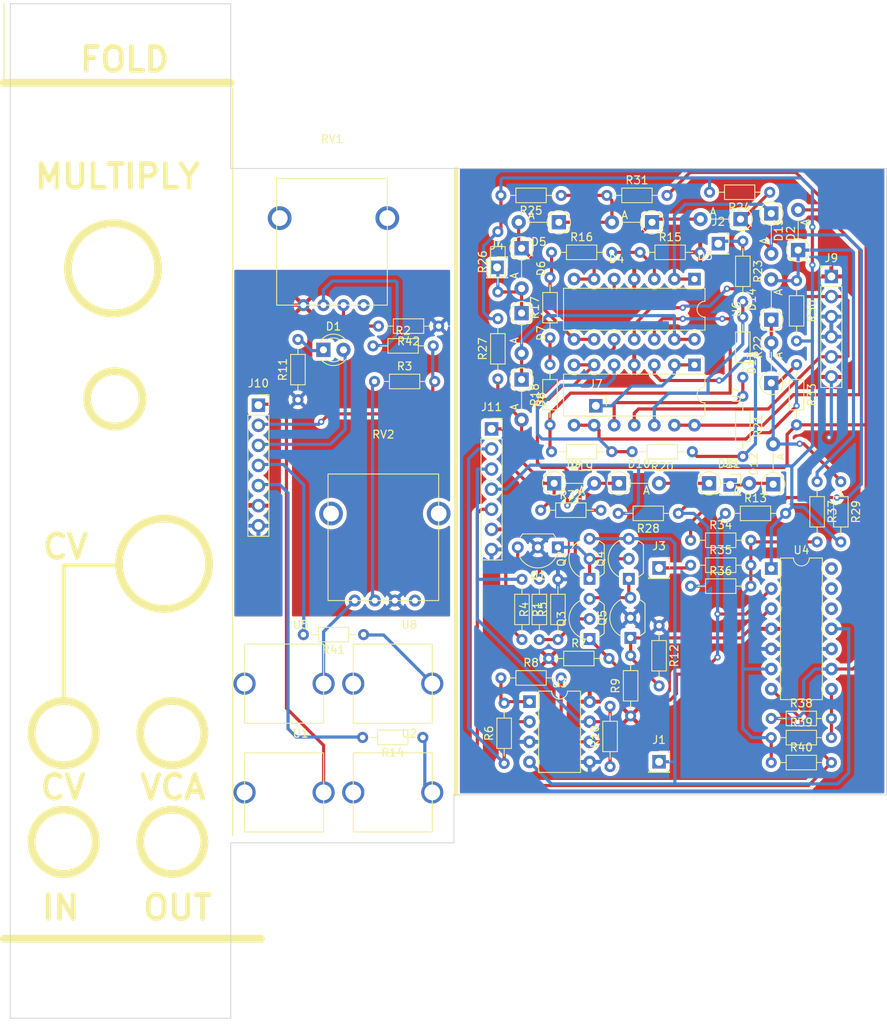
<source format=kicad_pcb>
(kicad_pcb (version 20221018) (generator pcbnew)
  (layers (0 "F.Cu" signal) (31 "B.Cu" signal) (34 "B.Paste" user) (35 "F.Paste" user) (36 "B.SilkS" user "B.Silkscreen") (37 "F.SilkS" user "F.Silkscreen") (38 "B.Mask" user) (39 "F.Mask" user) (44 "Edge.Cuts" user))
  (net 0 "")
  (net 1 "VCACV")
  (net 2 "Net-(D2-K)")
  (net 3 "Net-(D2-A)")
  (net 4 "Net-(D3-A)")
  (net 5 "Net-(D4-A)")
  (net 6 "Net-(D5-A)")
  (net 7 "Net-(D6-A)")
  (net 8 "Net-(D7-A)")
  (net 9 "Net-(D8-A)")
  (net 10 "Net-(D10-K)")
  (net 11 "Net-(D10-A)")
  (net 12 "Net-(D11-A)")
  (net 13 "Net-(D12-A)")
  (net 14 "Net-(D13-A)")
  (net 15 "Net-(D14-A)")
  (net 16 "Net-(D15-A)")
  (net 17 "Net-(U6B-+)")
  (net 18 "Net-(R14-Pad1)")
  (net 19 "FOLD")
  (net 20 "+12V")
  (net 21 "-12V")
  (net 22 "GND")
  (net 23 "IN")
  (net 24 "SUM")
  (net 25 "VCAOUT")
  (net 26 "Net-(Q1-C)")
  (net 27 "Net-(Q1-E)")
  (net 28 "Net-(Q3-C)")
  (net 29 "Net-(Q3-B)")
  (net 30 "Net-(Q3-E)")
  (net 31 "Net-(Q5-C)")
  (net 32 "Net-(R2-Pad1)")
  (net 33 "Net-(R3-Pad1)")
  (net 34 "Net-(R6-Pad2)")
  (net 35 "Net-(U3B--)")
  (net 36 "Net-(U6A-+)")
  (net 37 "Net-(U6C-+)")
  (net 38 "Net-(U6D-+)")
  (net 39 "Net-(U7A-+)")
  (net 40 "Net-(U7B-+)")
  (net 41 "Net-(U7C-+)")
  (net 42 "Net-(U7D-+)")
  (net 43 "Net-(U4C--)")
  (net 44 "Net-(U4B--)")
  (net 45 "Net-(R38-Pad2)")
  (net 46 "Net-(RV2-Pad1)")
  (net 47 "Net-(R41-Pad1)")
  (net 48 "Net-(J3-Pin_1)")
  (net 49 "Net-(J7-Pin_1)")
  (net 50 "Net-(D1-K)")
  (net 51 "Net-(R42-Pad2)")
  (net 52 "POWER2")
  (footprint "MountingHole:MountingHole_3.2mm_M3" (layer "F.Cu") (at 96.5 151.75)
    (fp_text reference "REF**" hide)
    (fp_text value "MountingHole_3.2mm_M3" hide)
  )
  (footprint "Resistor_THT:R_Axial_DIN0204_L3.6mm_D1.6mm_P7.62mm_Horizontal" (layer "F.Cu") (at 168.69 99.875)
    (fp_text reference "R36")
    (fp_text value "100k")
  )
  (footprint "MountingHole:MountingHole_3.2mm_M3" (layer "F.Cu") (at 89.310788 118.45)
    (fp_text reference "REF**" hide)
    (fp_text value "MountingHole_3.2mm_M3" hide)
  )
  (footprint "Library:3mm5 Mono Aux" (layer "F.Cu") (at 131 112.2)
    (fp_text reference "U8")
    (fp_text value "Aux_flush")
  )
  (footprint "Resistor_THT:R_Axial_DIN0204_L3.6mm_D1.6mm_P7.62mm_Horizontal" (layer "F.Cu") (at 158.71 82.875 180)
    (fp_text reference "R19")
    (fp_text value "1k")
  )
  (footprint "Resistor_THT:R_Axial_DIN0204_L3.6mm_D1.6mm_P7.62mm_Horizontal" (layer "F.Cu") (at 178.71 50.075 180)
    (fp_text reference "R24")
    (fp_text value "10k")
  )
  (footprint "Resistor_THT:R_Axial_DIN0204_L3.6mm_D1.6mm_P7.62mm_Horizontal" (layer "F.Cu") (at 168.91 82.875 180)
    (fp_text reference "R20")
    (fp_text value "1k")
  )
  (footprint "Diode_THT:D_A-405_P5.08mm_Vertical_AnodeUp" (layer "F.Cu") (at 178.9 52.76 -90)
    (fp_text reference "D2")
    (fp_text value "D")
  )
  (footprint "Resistor_THT:R_Axial_DIN0204_L3.6mm_D1.6mm_P7.62mm_Horizontal" (layer "F.Cu") (at 178.89 116.6)
    (fp_text reference "R38")
    (fp_text value "100k")
  )
  (footprint "MountingHole:MountingHole_3.2mm_M3" (layer "F.Cu") (at 103.060788 118.45)
    (fp_text reference "REF**" hide)
    (fp_text value "MountingHole_3.2mm_M3" hide)
  )
  (footprint "Resistor_THT:R_Axial_DIN0204_L3.6mm_D1.6mm_P7.62mm_Horizontal" (layer "F.Cu") (at 168.69 94.075)
    (fp_text reference "R34")
    (fp_text value "100k")
  )
  (footprint "Diode_THT:D_A-405_P5.08mm_Vertical_AnodeUp" (layer "F.Cu") (at 175.015 53.475 180)
    (fp_text reference "D3")
    (fp_text value "D")
  )
  (footprint "Resistor_THT:R_Axial_DIN0204_L3.6mm_D1.6mm_P7.62mm_Horizontal" (layer "F.Cu") (at 144.3 62.685 90)
    (fp_text reference "R26")
    (fp_text value "10k")
  )
  (footprint "Package_TO_SOT_THT:TO-92_Inline_Wide" (layer "F.Cu") (at 160.87 98.96 90)
    (fp_text reference "Q4")
    (fp_text value "BC547")
  )
  (footprint "Resistor_THT:R_Axial_DIN0204_L3.6mm_D1.6mm_P7.62mm_Horizontal" (layer "F.Cu") (at 178.89 119.025)
    (fp_text reference "R39")
    (fp_text value "100k")
  )
  (footprint "Connector_PinSocket_2.54mm:PinSocket_1x01_P2.54mm_Vertical" (layer "F.Cu") (at 172.2 56.575)
    (fp_text reference "J2")
    (fp_text value "Conn_01x01_Pin")
  )
  (footprint "Library:AlpsPot" (layer "F.Cu") (at 126.19 101.699)
    (fp_text reference "RV2")
    (fp_text value "R_Potentiometer")
  )
  (footprint "Resistor_THT:R_Axial_DIN0204_L3.6mm_D1.6mm_P7.62mm_Horizontal" (layer "F.Cu") (at 175.3 65.855 -90)
    (fp_text reference "R22")
    (fp_text value "1k")
  )
  (footprint "Diode_THT:D_A-405_P5.08mm_Vertical_AnodeUp" (layer "F.Cu") (at 147.3 65.36 -90)
    (fp_text reference "D7")
    (fp_text value "D")
  )
  (footprint "Connector_PinSocket_2.54mm:PinSocket_1x07_P2.54mm_Vertical" (layer "F.Cu") (at 143.5 79.995)
    (fp_text reference "J11")
    (fp_text value "Conn_01x07_Pin")
  )
  (footprint "" (layer "F.Cu") (at 95.835788 76.2)
    (fp_text reference "")
    (fp_text value "")
  )
  (footprint "Resistor_THT:R_Axial_DIN0204_L3.6mm_D1.6mm_P7.62mm_Horizontal" (layer "F.Cu") (at 136.81 67 180)
    (fp_text reference "R42")
    (fp_text value "100k")
  )
  (footprint "Package_DIP:DIP-14_W7.62mm" (layer "F.Cu") (at 169.18 71.905 -90)
    (fp_text reference "U7")
    (fp_text value "TL074")
  )
  (footprint "Resistor_THT:R_Axial_DIN0204_L3.6mm_D1.6mm_P7.62mm_Horizontal" (layer "F.Cu") (at 150.9 79.485 90)
    (fp_text reference "R18")
    (fp_text value "1k")
  )
  (footprint "Resistor_THT:R_Axial_DIN0204_L3.6mm_D1.6mm_P7.62mm_Horizontal" (layer "F.Cu") (at 150.9 68.485 90)
    (fp_text reference "R17")
    (fp_text value "1k")
  )
  (footprint "Resistor_THT:R_Axial_DIN0204_L3.6mm_D1.6mm_P7.62mm_Horizontal" (layer "F.Cu") (at 187.7 86.665 -90)
    (fp_text reference "R29")
    (fp_text value "10k")
  )
  (footprint "Resistor_THT:R_Axial_DIN0204_L3.6mm_D1.6mm_P7.62mm_Horizontal" (layer "F.Cu") (at 134.81 119 180)
    (fp_text reference "R14")
    (fp_text value "100k")
  )
  (footprint "Library:3mm5 Mono Aux" (layer "F.Cu") (at 131 125.95)
    (fp_text reference "U2")
    (fp_text value "Aux_flush")
  )
  (footprint "Diode_THT:D_A-405_P5.08mm_Vertical_AnodeUp" (layer "F.Cu") (at 147.3 57.16 -90)
    (fp_text reference "D6")
    (fp_text value "D")
  )
  (footprint "MountingHole:MountingHole_3.2mm_M3" (layer "F.Cu") (at 102.021576 97.05)
    (fp_text reference "REF**" hide)
    (fp_text value "MountingHole_3.2mm_M3" hide)
  )
  (footprint "Connector_PinSocket_2.54mm:PinSocket_1x01_P2.54mm_Vertical" (layer "F.Cu") (at 173.7 87.075)
    (fp_text reference "J8")
    (fp_text value "Conn_01x01_Pin")
  )
  (footprint "MountingHole:MountingHole_3.2mm_M3" (layer "F.Cu") (at 89.310788 132.2)
    (fp_text reference "REF**" hide)
    (fp_text value "MountingHole_3.2mm_M3" hide)
  )
  (footprint "Connector_PinSocket_2.54mm:PinSocket_1x07_P2.54mm_Vertical" (layer "F.Cu") (at 114 77)
    (fp_text reference "J10")
    (fp_text value "Conn_01x07_Pin")
  )
  (footprint "Resistor_THT:R_Axial_DIN0204_L3.6mm_D1.6mm_P7.62mm_Horizontal" (layer "F.Cu") (at 164.7 104.865 -90)
    (fp_text reference "R12")
    (fp_text value "200k")
  )
  (footprint "Resistor_THT:R_Axial_DIN0204_L3.6mm_D1.6mm_P7.62mm_Horizontal" (layer "F.Cu") (at 149.55 106.63 90)
    (fp_text reference "R4")
    (fp_text value "10k")
  )
  (footprint "Library:3mm5 Mono Aux" (layer "F.Cu") (at 117.25 125.95)
    (fp_text reference "U1")
    (fp_text value "Aux_flush")
  )
  (footprint "Resistor_THT:R_Axial_DIN0204_L3.6mm_D1.6mm_P7.62mm_Horizontal" (layer "F.Cu") (at 167.145 90.675 180)
    (fp_text reference "R28")
    (fp_text value "10k")
  )
  (footprint "Diode_THT:D_A-405_P5.08mm_Vertical_AnodeUp" (layer "F.Cu") (at 163.815 53.875 180)
    (fp_text reference "D4")
    (fp_text value "D")
  )
  (footprint "Package_DIP:DIP-8_W7.62mm" (layer "F.Cu") (at 148.3 114.475)
    (fp_text reference "U3")
    (fp_text value "TL072")
  )
  (footprint "Resistor_THT:R_Axial_DIN0204_L3.6mm_D1.6mm_P7.62mm_Horizontal" (layer "F.Cu") (at 168.69 97.225)
    (fp_text reference "R35")
    (fp_text value "100k")
  )
  (footprint "Resistor_THT:R_Axial_DIN0204_L3.6mm_D1.6mm_P7.62mm_Horizontal" (layer "F.Cu") (at 182.1 71.865 -90)
    (fp_text reference "R33")
    (fp_text value "100k")
  )
  (footprint "Resistor_THT:R_Axial_DIN0204_L3.6mm_D1.6mm_P7.62mm_Horizontal" (layer "F.Cu") (at 158.09 50.475)
    (fp_text reference "R31")
    (fp_text value "100k")
  )
  (footprint "Connector_PinSocket_2.54mm:PinSocket_1x01_P2.54mm_Vertical" (layer "F.Cu") (at 164.7 97.575)
    (fp_text reference "J3")
    (fp_text value "Conn_01x01_Pin")
  )
  (footprint "Resistor_THT:R_Axial_DIN0204_L3.6mm_D1.6mm_P7.62mm_Horizontal" (layer "F.Cu") (at 175.3 56.265 -90)
    (fp_text reference "R23")
    (fp_text value "4k7")
  )
  (footprint "Connector_PinSocket_2.54mm:PinSocket_1x01_P2.54mm_Vertical" (layer "F.Cu") (at 164.7 122.075)
    (fp_text reference "J1")
    (fp_text value "Conn_01x01_Pin")
  )
  (footprint "Library:AlpsPot" (layer "F.Cu") (at 119.69 64.349)
    (fp_text reference "RV1")
    (fp_text value "R_Potentiometer")
  )
  (footprint "Package_TO_SOT_THT:TO-92_Inline_Wide" (layer "F.Cu") (at 155.91 98.96 90)
    (fp_text reference "Q2")
    (fp_text value "BC547")
  )
  (footprint "Resistor_THT:R_Axial_DIN0204_L3.6mm_D1.6mm_P7.62mm_Horizontal" (layer "F.Cu") (at 173.09 90.675)
    (fp_text reference "R13")
    (fp_text value "200k")
  )
  (footprint "Package_DIP:DIP-14_W7.62mm" (layer "F.Cu") (at 178.9 97.65)
    (fp_text reference "U4")
    (fp_text value "TL074")
  )
  (footprint "Resistor_THT:R_Axial_DIN0204_L3.6mm_D1.6mm_P7.62mm_Horizontal" (layer "F.Cu") (at 144.3 73.685 90)
    (fp_text reference "R27")
    (fp_text value "10k")
  )
  (footprint "Connector_PinSocket_2.54mm:PinSocket_1x01_P2.54mm_Vertical" (layer "F.Cu") (at 144.2 59.575)
    (fp_text reference "J4")
    (fp_text value "Conn_01x01_Pin")
  )
  (footprint "Resistor_THT:R_Axial_DIN0204_L3.6mm_D1.6mm_P7.62mm_Horizontal" (layer "F.Cu") (at 161.1 116.285 90)
    (fp_text reference "R9")
    (fp_text value "47k")
  )
  (footprint "Resistor_THT:R_Axial_DIN0204_L3.6mm_D1.6mm_P7.62mm_Horizontal" (layer "F.Cu") (at 147.35 99.01 -90)
    (fp_text reference "R1")
    (fp_text value "100k")
  )
  (footprint "Resistor_THT:R_Axial_DIN0204_L3.6mm_D1.6mm_P7.62mm_Horizontal" (layer "F.Cu") (at 144.69 111.475)
    (fp_text reference "R8")
    (fp_text value "100k")
  )
  (footprint "Diode_THT:D_A-405_P5.08mm_Vertical_AnodeUp" (layer "F.Cu") (at 178.9 74.19 90)
    (fp_text reference "D13")
    (fp_text value "D")
  )
  (footprint "Package_TO_SOT_THT:TO-92_Inline_Wide" (layer "F.Cu") (at 161.07 106.42 90)
    (fp_text reference "Q5")
    (fp_text value "BC547")
  )
  (footprint "Resistor_THT:R_Axial_DIN0204_L3.6mm_D1.6mm_P7.62mm_Horizontal" (layer "F.Cu") (at 184.7 86.665 -90)
    (fp_text reference "R37")
    (fp_text value "100k")
  )
  (footprint "Resistor_THT:R_Axial_DIN0204_L3.6mm_D1.6mm_P7.62mm_Horizontal" (layer "F.Cu") (at 127.31 106 180)
    (fp_text reference "R41")
    (fp_text value "10k")
  )
  (footprint "Resistor_THT:R_Axial_DIN0204_L3.6mm_D1.6mm_P7.62mm_Horizontal" (layer "F.Cu") (at 182.1 61.265 -90)
    (fp_text reference "R30")
    (fp_text value "10k")
  )
  (footprint "Resistor_THT:R_Axial_DIN0204_L3.6mm_D1.6mm_P7.62mm_Horizontal" (layer "F.Cu") (at 150.74 109.02)
    (fp_text reference "R7")
    (fp_text value "47k")
  )
  (footprint "Resistor_THT:R_Axial_DIN0204_L3.6mm_D1.6mm_P7.62mm_Horizontal" (layer "F.Cu") (at 175.3 75.855 -90)
    (fp_text reference "R21")
    (fp_text value "1k")
  )
  (footprint "Diode_THT:D_A-405_P5.08mm_Vertical_AnodeUp" (layer "F.Cu") (at 147.3 73.76 -90)
    (fp_text reference "D8")
    (fp_text value "D")
  )
  (footprint "LED_THT:LED_D3.0mm" (layer "F.Cu") (at 122.225 70)
    (fp_text reference "D1")
    (fp_text value "LED")
  )
  (footprint "Connector_PinSocket_2.54mm:PinSocket_1x01_P2.54mm_Vertical" (layer "F.Cu") (at 156.7 77.075)
    (fp_text reference "J7")
    (fp_text value "Conn_01x01_Pin")
  )
  (footprint "Resistor_THT:R_Axial_DIN0204_L3.6mm_D1.6mm_P7.62mm_Horizontal" (layer "F.Cu") (at 178.89 122.175)
    (fp_text reference "R40")
    (fp_text value "100k")
  )
  (footprint "Package_TO_SOT_THT:TO-92_Inline_Wide" (layer "F.Cu") (at 155.91 106.56 90)
    (fp_text reference "Q3")
    (fp_text value "BC547")
  )
  (footprint "Resistor_THT:R_Axial_DIN0204_L3.6mm_D1.6mm_P7.62mm_Horizontal" (layer "F.Cu") (at 128.5 69.5)
    (fp_text reference "R2")
    (fp_text value "100k")
  )
  (footprint "Diode_THT:D_A-405_P5.08mm_Vertical_AnodeUp" (layer "F.Cu") (at 171.02 86.875)
    (fp_text reference "D11")
    (fp_text value "D")
  )
  (footprint "Package_DIP:DIP-14_W7.62mm" (layer "F.Cu") (at 169.18 61.055 -90)
    (fp_text reference "U6")
    (fp_text value "TL074")
  )
  (footprint "Resistor_THT:R_Axial_DIN0204_L3.6mm_D1.6mm_P7.62mm_Horizontal" (layer "F.Cu") (at 151.9 106.63 90)
    (fp_text reference "R5")
    (fp_text value "10k")
  )
  (footprint "Resistor_THT:R_Axial_DIN0204_L3.6mm_D1.6mm_P7.62mm_Horizontal" (layer "F.Cu") (at 145.1 122.285 90)
    (fp_text reference "R6")
    (fp_text value "100k")
  )
  (footprint "Resistor_THT:R_Axial_DIN0204_L3.6mm_D1.6mm_P7.62mm_Horizontal" (layer "F.Cu") (at 151.09 57.675)
    (fp_text reference "R16")
    (fp_text value "1k")
  )
  (footprint "Resistor_THT:R_Axial_DIN0204_L3.6mm_D1.6mm_P7.62mm_Horizontal" (layer "F.Cu") (at 152.31 50.475 180)
    (fp_text reference "R25")
    (fp_text value "10k")
  )
  (footprint "MountingHole:MountingHole_3.2mm_M3" (layer "F.Cu") (at 103.060788 132.2)
    (fp_text reference "REF**" hide)
    (fp_text value "MountingHole_3.2mm_M3" hide)
  )
  (footprint "Diode_THT:D_A-405_P5.08mm_Vertical_AnodeUp" (layer "F.Cu") (at 182.3 57.39 90)
    (fp_text reference "D15")
    (fp_text value "D")
  )
  (footprint "Diode_THT:D_A-405_P5.08mm_Vertical_AnodeUp" (layer "F.Cu") (at 159.62 86.875)
    (fp_text reference "D10")
    (fp_text value "D")
  )
  (footprint "Diode_THT:D_A-405_P5.08mm_Vertical_AnodeUp" (layer "F.Cu") (at 152.015 53.875 180)
    (fp_text reference "D5")
    (fp_text value "D")
  )
  (footprint "Library:3mm5 Mono Aux" (layer "F.Cu") (at 117.25 112.2)
    (fp_text reference "U5")
    (fp_text value "Aux_flush")
  )
  (footprint "Resistor_THT:R_Axial_DIN0204_L3.6mm_D1.6mm_P7.62mm_Horizontal" (layer "F.Cu") (at 149.725 90.275)
    (fp_text reference "R32")
    (fp_text value "100k")
  )
  (footprint "Diode_THT:D_A-405_P5.08mm_Vertical_AnodeUp" (layer "F.Cu") (at 178.9 66.19 90)
    (fp_text reference "D14")
    (fp_text value "D")
  )
  (footprint "Resistor_THT:R_Axial_DIN0204_L3.6mm_D1.6mm_P7.62mm_Horizontal" (layer "F.Cu") (at 128.69 74)
    (fp_text reference "R3")
    (fp_text value "100k")
  )
  (footprint "Package_TO_SOT_THT:TO-92L_Inline_Wide" (layer "F.Cu") (at 151.9 94.97 180)
    (fp_text reference "Q1")
    (fp_text value "BC557")
  )
  (footprint "Diode_THT:D_A-405_P5.08mm_Vertical_AnodeUp" (layer "F.Cu") (at 179.135 86.99 90)
    (fp_text reference "D12")
    (fp_text value "D")
  )
  (footprint "Diode_THT:D_A-405_P5.08mm_Vertical_AnodeUp" (layer "F.Cu") (at 151.42 86.875)
    (fp_text reference "D9")
    (fp_text value "D")
  )
  (footprint "Resistor_THT:R_Axial_DIN0204_L3.6mm_D1.6mm_P7.62mm_Horizontal" (layer "F.Cu") (at 119 76.31 90)
    (fp_text reference "R11")
    (fp_text value "100k")
  )
  (footprint "MountingHole:MountingHole_3.2mm_M3" (layer "F.Cu") (at 96.6 29.25)
    (fp_text reference "REF**" hide)
    (fp_text value "MountingHole_3.2mm_M3" hide)
  )
  (footprint "Resistor_THT:R_Axial_DIN0204_L3.6mm_D1.6mm_P7.62mm_Horizontal" (layer "F.Cu") (at 158.5 122.685 90)
    (fp_text reference "R10")
    (fp_text value "100k")
  )
  (footprint "Connector_PinHeader_2.54mm:PinHeader_1x06_P2.54mm_Vertical" (layer "F.Cu") (at 186.5 60.725)
    (fp_text reference "J9")
    (fp_text value "Conn_01x06_Pin")
  )
  (footprint "MountingHole:MountingHole_3.2mm_M3" (layer "F.Cu") (at 95.560788 59.7)
    (fp_text reference "REF**" hide)
    (fp_text value "MountingHole_3.2mm_M3" hide)
  )
  (footprint "Resistor_THT:R_Axial_DIN0204_L3.6mm_D1.6mm_P7.62mm_Horizontal" (layer "F.Cu") (at 162.29 57.675)
    (fp_text reference "R15")
    (fp_text value "4k7")
  )
  (gr_line (start 110.75 36.95) (end 110.75 131.35) (stroke (width 0.15)) (layer "F.SilkS"))
  (gr_circle (center 103.1 118.45) (end 107.160788 118.45) (stroke (width 1)) (fill none) (layer "F.SilkS"))
  (gr_circle (center 102.060788 97.05) (end 107.760788 97.05) (stroke (width 1)) (fill none) (layer "F.SilkS"))
  (gr_line (start 89.35 97.25) (end 96.1 97.25) (stroke (width 0.5)) (layer "F.SilkS"))
  (gr_line (start 81.8 36.25) (end 110.5 36.25) (stroke (width 1)) (layer "F.SilkS"))
  (gr_circle (center 89.35 132.2) (end 93.410788 132.2) (stroke (width 1)) (fill none) (layer "F.SilkS"))
  (gr_circle (center 103.1 132.2) (end 107.160788 132.2) (stroke (width 1)) (fill none) (layer "F.SilkS"))
  (gr_line (start 81.8 26.25) (end 81.8 36.25) (stroke (width 0.15)) (layer "F.SilkS"))
  (gr_circle (center 89.35 118.45) (end 93.410788 118.45) (stroke (width 1)) (fill none) (layer "F.SilkS"))
  (gr_circle (center 95.835788 76.2) (end 99.335788 76.2) (stroke (width 1)) (fill none) (layer "F.SilkS"))
  (gr_circle (center 95.6 59.7) (end 101.3 59.7) (stroke (width 1)) (fill none) (layer "F.SilkS"))
  (gr_line (start 89.35 113.95) (end 89.35 97.25) (stroke (width 0.5)) (layer "F.SilkS"))
  (gr_line (start 139 126.2) (end 139 47.1) (stroke (width 0.5)) (layer "F.SilkS"))
  (gr_line (start 114.3 144.45) (end 81.8 144.45) (stroke (width 1)) (layer "F.SilkS"))
  (gr_line (start 110.5 47.075) (end 193.5 47.075) (stroke (width 0.1)) (layer "Edge.Cuts"))
  (gr_line (start 138.75 132.325) (end 110.5 132.325) (stroke (width 0.1)) (layer "Edge.Cuts"))
  (gr_line (start 110.5 154.5) (end 110.5 132.325) (stroke (width 0.1)) (layer "Edge.Cuts"))
  (gr_line (start 82.6 26.25) (end 82.6 154.5) (stroke (width 0.1)) (layer "Edge.Cuts"))
  (gr_line (start 82.6 154.5) (end 110.5 154.5) (stroke (width 0.1)) (layer "Edge.Cuts"))
  (gr_line (start 138.75 126.25) (end 138.75 132.325) (stroke (width 0.1)) (layer "Edge.Cuts"))
  (gr_line (start 193.5 47.075) (end 193.5 126.25) (stroke (width 0.1)) (layer "Edge.Cuts"))
  (gr_line (start 110.5 26.25) (end 110.5 47.075) (stroke (width 0.1)) (layer "Edge.Cuts"))
  (gr_line (start 110.5 26.25) (end 82.6 26.25) (stroke (width 0.1)) (layer "Edge.Cuts"))
  (gr_line (start 138.75 126.25) (end 193.5 126.25) (stroke (width 0.1)) (layer "Edge.Cuts"))
  (gr_text "CV" (at 86.1 127.075) (layer "F.SilkS") (effects (font (size 3 3) (thickness 0.6) bold) (justify left bottom)))
  (gr_text "MULTIPLY" (at 85.4 49.85) (layer "F.SilkS") (effects (font (size 3 3) (thickness 0.6) bold) (justify left bottom)))
  (gr_text "CV" (at 86.4 96.65) (layer "F.SilkS") (effects (font (size 3 3) (thickness 0.6) bold) (justify left bottom)))
  (gr_text "OUT\n" (at 99.1 142.275) (layer "F.SilkS") (effects (font (size 3 3) (thickness 0.6) bold) (justify left bottom)))
  (gr_text "FOLD" (at 91.1 35.05) (layer "F.SilkS") (effects (font (size 3 3) (thickness 0.6) bold) (justify left bottom)))
  (gr_text "VCA" (at 98.7 127.075) (layer "F.SilkS") (effects (font (size 3 3) (thickness 0.6) bold) (justify left bottom)))
  (gr_text "IN" (at 86.3 142.275) (layer "F.SilkS") (effects (font (size 3 3) (thickness 0.6) bold) (justify left bottom)))
  (segment (start 157.96 117.015) (end 158.5 116.475) (width 0.4) (layer "F.Cu") (net 1))
  (segment (start 158.5 116.475) (end 158.5 115.065) (width 0.4) (layer "F.Cu") (net 1))
  (segment (start 155.92 117.015) (end 157.96 117.015) (width 0.4) (layer "F.Cu") (net 1))
  (segment (start 154.64 117.015) (end 141.7 104.075) (width 0.4) (layer "B.Cu") (net 1))
  (segment (start 123.1 81.95) (end 114 81.95) (width 0.4) (layer "B.Cu") (net 1))
  (segment (start 124.98 70.099) (end 124.98 80.07) (width 0.4) (layer "B.Cu") (net 1))
  (segment (start 147.35 99.01) (end 141.765 99.01) (width 0.4) (layer "B.Cu") (net 1))
  (segment (start 141.7 85.075) (end 143.5 85.075) (width 0.4) (layer "B.Cu") (net 1))
  (segment (start 141.7 104.075) (end 141.7 99.075) (width 0.4) (layer "B.Cu") (net 1))
  (segment (start 141.7 99.075) (end 141.7 85.075) (width 0.4) (layer "B.Cu") (net 1))
  (segment (start 124.98 80.07) (end 123.1 81.95) (width 0.4) (layer "B.Cu") (net 1))
  (segment (start 155.92 117.015) (end 154.64 117.015) (width 0.4) (layer "B.Cu") (net 1))
  (segment (start 141.765 99.01) (end 141.7 99.075) (width 0.4) (layer "B.Cu") (net 1))
  (segment (start 169.18 61.055) (end 166.64 61.055) (width 0.4) (layer "F.Cu") (net 2))
  (segment (start 166.64 52.96) (end 166.64 61.055) (width 0.4) (layer "B.Cu") (net 2))
  (segment (start 177.74 51.6) (end 168 51.6) (width 0.4) (layer "B.Cu") (net 2))
  (segment (start 178.9 53.475) (end 178.9 52.76) (width 0.4) (layer "B.Cu") (net 2))
  (segment (start 168 51.6) (end 166.64 52.96) (width 0.4) (layer "B.Cu") (net 2))
  (segment (start 178.9 52.76) (end 177.74 51.6) (width 0.4) (layer "B.Cu") (net 2))
  (segment (start 180.9 88.675) (end 180.5 89.075) (width 0.4) (layer "F.Cu") (net 3))
  (segment (start 171.5 89.075) (end 168.69 91.885) (width 0.4) (layer "F.Cu") (net 3))
  (segment (start 168.69 91.885) (end 168.69 94.075) (width 0.4) (layer "F.Cu") (net 3))
  (segment (start 178.71 50.075) (end 175.31 53.475) (width 0.4) (layer "F.Cu") (net 3))
  (segment (start 175.31 53.475) (end 175.015 53.475) (width 0.4) (layer "F.Cu") (net 3))
  (segment (start 187.2 88.675) (end 180.9 88.675) (width 0.4) (layer "F.Cu") (net 3))
  (segment (start 175.1 53.475) (end 178.9 57.275) (width 0.4) (layer "F.Cu") (net 3))
  (segment (start 178.9 57.275) (end 178.9 57.84) (width 0.4) (layer "F.Cu") (net 3))
  (segment (start 175.015 53.475) (end 175.1 53.475) (width 0.4) (layer "F.Cu") (net 3))
  (segment (start 180.5 89.075) (end 171.5 89.075) (width 0.4) (layer "F.Cu") (net 3))
  (via (at 187.2 88.675) (size 0.8) (drill 0.4) (layers "F.Cu" "B.Cu") (net 3))
  (segment (start 190.3 57.475) (end 188.3 55.475) (width 0.4) (layer "B.Cu") (net 3))
  (segment (start 190.3 86.975) (end 190.3 57.475) (width 0.4) (layer "B.Cu") (net 3))
  (segment (start 187.2 88.675) (end 188.6 88.675) (width 0.4) (layer "B.Cu") (net 3))
  (segment (start 188.6 88.675) (end 190.3 86.975) (width 0.4) (layer "B.Cu") (net 3))
  (segment (start 178.9 56.075) (end 178.9 57.84) (width 0.4) (layer "B.Cu") (net 3))
  (segment (start 179.5 55.475) (end 178.9 56.075) (width 0.4) (layer "B.Cu") (net 3))
  (segment (start 188.3 55.475) (end 179.5 55.475) (width 0.4) (layer "B.Cu") (net 3))
  (segment (start 156.48 61.055) (end 156.48 56.495) (width 0.4) (layer "F.Cu") (net 4))
  (segment (start 153.94 61.055) (end 156.48 61.055) (width 0.4) (layer "F.Cu") (net 4))
  (segment (start 164.215 53.475) (end 163.815 53.875) (width 0.4) (layer "F.Cu") (net 4))
  (segment (start 169.935 53.475) (end 164.215 53.475) (width 0.4) (layer "F.Cu") (net 4))
  (segment (start 156.48 56.495) (end 156.9 56.075) (width 0.4) (layer "F.Cu") (net 4))
  (segment (start 156.9 56.075) (end 161.615 56.075) (width 0.4) (layer "F.Cu") (net 4))
  (segment (start 161.615 56.075) (end 163.815 53.875) (width 0.4) (layer "F.Cu") (net 4))
  (segment (start 152.31 50.475) (end 158.09 50.475) (width 0.4) (layer "F.Cu") (net 5))
  (segment (start 158.735 51.12) (end 158.09 50.475) (width 0.4) (layer "F.Cu") (net 5))
  (segment (start 158.735 53.875) (end 152.015 53.875) (width 0.4) (layer "F.Cu") (net 5))
  (segment (start 158.735 53.875) (end 158.735 51.12) (width 0.4) (layer "F.Cu") (net 5))
  (segment (start 146.935 56.795) (end 147.3 57.16) (width 0.4) (layer "F.Cu") (net 6))
  (segment (start 146.935 53.875) (end 146.935 56.795) (width 0.4) (layer "F.Cu") (net 6))
  (segment (start 156.48 68.675) (end 153.94 68.675) (width 0.4) (layer "F.Cu") (net 6))
  (segment (start 153.94 68.675) (end 149.3 64.035) (width 0.4) (layer "F.Cu") (net 6))
  (segment (start 149.3 64.035) (end 149.3 59.16) (width 0.4) (layer "F.Cu") (net 6))
  (segment (start 149.3 59.16) (end 147.3 57.16) (width 0.4) (layer "F.Cu") (net 6))
  (segment (start 144.3 62.685) (end 146.855 62.685) (width 0.4) (layer "F.Cu") (net 7))
  (segment (start 146.855 62.685) (end 147.3 62.24) (width 0.4) (layer "F.Cu") (net 7))
  (segment (start 147.3 62.24) (end 147.3 65.36) (width 0.4) (layer "F.Cu") (net 7))
  (segment (start 144.3 62.685) (end 144.3 59.675) (width 0.4) (layer "B.Cu") (net 7))
  (segment (start 144.3 59.675) (end 144.2 59.575) (width 0.4) (layer "B.Cu") (net 7))
  (segment (start 147.3 70.44) (end 147.3 73.76) (width 0.4) (layer "F.Cu") (net 8))
  (segment (start 166.64 68.675) (end 169.18 68.675) (width 0.4) (layer "F.Cu") (net 8))
  (segment (start 147.3 68.875) (end 150.5 65.675) (width 0.4) (layer "B.Cu") (net 8))
  (segment (start 150.5 65.675) (end 166.58 65.675) (width 0.4) (layer "B.Cu") (net 8))
  (segment (start 147.3 70.44) (end 147.3 68.875) (width 0.4) (layer "B.Cu") (net 8))
  (segment (start 166.58 65.675) (end 166.64 65.735) (width 0.4) (layer "B.Cu") (net 8))
  (segment (start 166.64 65.735) (end 166.64 68.675) (width 0.4) (layer "B.Cu") (net 8))
  (segment (start 151.42 86.875) (end 150.1 86.875) (width 0.4) (layer "F.Cu") (net 9))
  (segment (start 144.3 75.84) (end 147.3 78.84) (width 0.4) (layer "F.Cu") (net 9))
  (segment (start 147.3 84.075) (end 147.3 78.84) (width 0.4) (layer "F.Cu") (net 9))
  (segment (start 151.42 86.875) (end 151.42 88.58) (width 0.4) (layer "F.Cu") (net 9))
  (segment (start 144.3 73.685) (end 144.3 75.84) (width 0.4) (layer "F.Cu") (net 9))
  (segment (start 151.42 88.58) (end 149.725 90.275) (width 0.4) (layer "F.Cu") (net 9))
  (segment (start 150.1 86.875) (end 147.3 84.075) (width 0.4) (layer "F.Cu") (net 9))
  (segment (start 153.1 89.675) (end 153.1 85.275) (width 0.4) (layer "F.Cu") (net 10))
  (segment (start 149.9 84.875) (end 149.3 84.275) (width 0.4) (layer "F.Cu") (net 10))
  (segment (start 149.3 76.275) (end 150.7 76.275) (width 0.4) (layer "F.Cu") (net 10))
  (segment (start 153.91 74.475) (end 156.48 71.905) (width 0.4) (layer "F.Cu") (net 10))
  (segment (start 152.7 84.875) (end 149.9 84.875) (width 0.4) (layer "F.Cu") (net 10))
  (segment (start 153.1 85.275) (end 152.7 84.875) (width 0.4) (layer "F.Cu") (net 10))
  (segment (start 150.7 76.275) (end 152.5 74.475) (width 0.4) (layer "F.Cu") (net 10))
  (segment (start 152.5 74.475) (end 153.91 74.475) (width 0.4) (layer "F.Cu") (net 10))
  (segment (start 149.3 84.275) (end 149.3 76.275) (width 0.4) (layer "F.Cu") (net 10))
  (segment (start 156.5 86.875) (end 159.62 86.875) (width 0.4) (layer "F.Cu") (net 10))
  (segment (start 156.48 71.905) (end 153.94 71.905) (width 0.4) (layer "F.Cu") (net 10))
  (via (at 153.1 89.675) (size 0.8) (drill 0.4) (layers "F.Cu" "B.Cu") (net 10))
  (segment (start 155.1 88.275) (end 156.5 86.875) (width 0.4) (layer "B.Cu") (net 10))
  (segment (start 154.5 88.275) (end 155.1 88.275) (width 0.4) (layer "B.Cu") (net 10))
  (segment (start 153.1 89.675) (end 154.5 88.275) (width 0.4) (layer "B.Cu") (net 10))
  (segment (start 171.02 86.875) (end 168.02 86.875) (width 0.4) (layer "F.Cu") (net 11))
  (segment (start 168.02 89.8) (end 167.145 90.675) (width 0.4) (layer "F.Cu") (net 11))
  (segment (start 164.7 86.875) (end 168.02 86.875) (width 0.4) (layer "F.Cu") (net 11))
  (segment (start 168.02 86.875) (end 168.02 89.8) (width 0.4) (layer "F.Cu") (net 11))
  (segment (start 168.69 99.875) (end 170.3 99.875) (width 0.4) (layer "B.Cu") (net 11))
  (segment (start 170.3 99.875) (end 170.9 99.275) (width 0.4) (layer "B.Cu") (net 11))
  (segment (start 170.9 99.275) (end 170.9 92.475) (width 0.4) (layer "B.Cu") (net 11))
  (segment (start 169.1 90.675) (end 167.145 90.675) (width 0.4) (layer "B.Cu") (net 11))
  (segment (start 170.9 92.475) (end 169.1 90.675) (width 0.4) (layer "B.Cu") (net 11))
  (segment (start 173.7 87.075) (end 175.9 87.075) (width 0.4) (layer "F.Cu") (net 12))
  (segment (start 179.02 86.875) (end 179.135 86.99) (width 0.4) (layer "F.Cu") (net 12))
  (segment (start 175.9 87.075) (end 176.1 86.875) (width 0.4) (layer "F.Cu") (net 12))
  (segment (start 176.1 86.875) (end 179.02 86.875) (width 0.4) (layer "F.Cu") (net 12))
  (segment (start 187.7 86.665) (end 187.7 86.575) (width 0.4) (layer "F.Cu") (net 13))
  (segment (start 183 81.875) (end 182.5 81.875) (width 0.4) (layer "F.Cu") (net 13))
  (segment (start 187.7 86.575) (end 183 81.875) (width 0.4) (layer "F.Cu") (net 13))
  (segment (start 182.1 71.865) (end 179.775 74.19) (width 0.4) (layer "F.Cu") (net 13))
  (segment (start 179.775 74.19) (end 178.9 74.19) (width 0.4) (layer "F.Cu") (net 13))
  (segment (start 179.135 74.425) (end 178.9 74.19) (width 0.4) (layer "F.Cu") (net 13))
  (via (at 182.5 81.875) (size 0.8) (drill 0.4) (layers "F.Cu" "B.Cu") (net 13))
  (segment (start 182.465 81.91) (end 182.5 81.875) (width 0.4) (layer "B.Cu") (net 13))
  (segment (start 179.135 81.91) (end 179.135 74.425) (width 0.4) (layer "B.Cu") (net 13))
  (segment (start 179.135 81.91) (end 182.465 81.91) (width 0.4) (layer "B.Cu") (net 13))
  (segment (start 156.48 79.525) (end 153.94 79.525) (width 0.4) (layer "F.Cu") (net 14))
  (segment (start 156.48 79.525) (end 157.1 80.145) (width 0.4) (layer "F.Cu") (net 14))
  (segment (start 157.1 81.275) (end 175.7 81.275) (width 0.4) (layer "F.Cu") (net 14))
  (segment (start 157.1 80.145) (end 157.1 81.275) (width 0.4) (layer "F.Cu") (net 14))
  (segment (start 176.5 80.475) (end 178.7 80.475) (width 0.4) (layer "F.Cu") (net 14))
  (segment (start 175.7 81.275) (end 176.5 80.475) (width 0.4) (layer "F.Cu") (net 14))
  (segment (start 178.7 80.475) (end 182.1 77.075) (width 0.4) (layer "F.Cu") (net 14))
  (segment (start 178.9 69.11) (end 178.9 66.19) (width 0.4) (layer "F.Cu") (net 14))
  (via (at 182.1 77.075) (size 0.8) (drill 0.4) (layers "F.Cu" "B.Cu") (net 14))
  (segment (start 178.9 69.11) (end 178.9 70.875) (width 0.4) (layer "B.Cu") (net 14))
  (segment (start 178.9 70.875) (end 182.1 74.075) (width 0.4) (layer "B.Cu") (net 14))
  (segment (start 182.1 74.075) (end 182.1 77.075) (width 0.4) (layer "B.Cu") (net 14))
  (segment (start 182.3 61.065) (end 182.1 61.265) (width 0.4) (layer "F.Cu") (net 15))
  (segment (start 181.945 61.11) (end 182.1 61.265) (width 0.4) (layer "F.Cu") (net 15))
  (segment (start 182.3 57.39) (end 182.3 61.065) (width 0.4) (layer "B.Cu") (net 15))
  (segment (start 189.3 80.865) (end 189.3 57.675) (width 0.4) (layer "B.Cu") (net 15))
  (segment (start 179.055 61.265) (end 178.9 61.11) (width 0.4) (layer "B.Cu") (net 15))
  (segment (start 189.015 57.39) (end 182.3 57.39) (width 0.4) (layer "B.Cu") (net 15))
  (segment (start 182.1 61.265) (end 179.055 61.265) (width 0.4) (layer "B.Cu") (net 15))
  (segment (start 184.7 85.465) (end 189.3 80.865) (width 0.4) (layer "B.Cu") (net 15))
  (segment (start 182.3 61.065) (end 182.1 61.265) (width 0.4) (layer "B.Cu") (net 15))
  (segment (start 184.7 86.665) (end 184.7 85.465) (width 0.4) (layer "B.Cu") (net 15))
  (segment (start 189.3 57.675) (end 189.015 57.39) (width 0.4) (layer "B.Cu") (net 15))
  (segment (start 185.135 52.31) (end 190.1 57.275) (width 0.4) (layer "F.Cu") (net 16))
  (segment (start 177.85 79.525) (end 169.18 79.525) (width 0.4) (layer "F.Cu") (net 16))
  (segment (start 190.1 57.275) (end 190.1 75.675) (width 0.4) (layer "F.Cu") (net 16))
  (segment (start 166.64 79.525) (end 169.18 79.525) (width 0.4) (layer "F.Cu") (net 16))
  (segment (start 181.7 75.675) (end 177.85 79.525) (width 0.4) (layer "F.Cu") (net 16))
  (segment (start 182.3 52.31) (end 185.135 52.31) (width 0.4) (layer "F.Cu") (net 16))
  (segment (start 190.1 75.675) (end 181.7 75.675) (width 0.4) (layer "F.Cu") (net 16))
  (segment (start 151.09 57.675) (end 151.09 60.675) (width 0.4) (layer "F.Cu") (net 17))
  (segment (start 150.9 60.865) (end 150.9 63.475) (width 0.4) (layer "F.Cu") (net 17))
  (segment (start 151.09 60.675) (end 150.9 60.865) (width 0.4) (layer "F.Cu") (net 17))
  (segment (start 158.3 64.075) (end 159.02 63.355) (width 0.4) (layer "F.Cu") (net 17))
  (segment (start 159.02 63.355) (end 159.02 61.055) (width 0.4) (layer "F.Cu") (net 17))
  (segment (start 150.9 63.475) (end 151.5 64.075) (width 0.4) (layer "F.Cu") (net 17))
  (segment (start 151.5 64.075) (end 158.3 64.075) (width 0.4) (layer "F.Cu") (net 17))
  (segment (start 135.06 118.95) (end 135.06 125.01) (width 0.4) (layer "B.Cu") (net 18))
  (segment (start 135.06 125.01) (end 136 125.95) (width 0.4) (layer "B.Cu") (net 18))
  (segment (start 183.61 125.075) (end 186.51 122.175) (width 0.4) (layer "F.Cu") (net 19))
  (segment (start 182.7 116.69) (end 182.7 118.675) (width 0.4) (layer "F.Cu") (net 19))
  (segment (start 142.22 90.155) (end 141.7 90.675) (width 0.4) (layer "F.Cu") (net 19))
  (segment (start 183.01 118.675) (end 186.51 122.175) (width 0.4) (layer "F.Cu") (net 19))
  (segment (start 141.7 122.075) (end 144.7 125.075) (width 0.4) (layer "F.Cu") (net 19))
  (segment (start 143.5 90.155) (end 142.22 90.155) (width 0.4) (layer "F.Cu") (net 19))
  (segment (start 141.7 90.675) (end 141.7 122.075) (width 0.4) (layer "F.Cu") (net 19))
  (segment (start 182.7 118.675) (end 183.01 118.675) (width 0.4) (layer "F.Cu") (net 19))
  (segment (start 178.9 112.89) (end 182.7 116.69) (width 0.4) (layer "F.Cu") (net 19))
  (segment (start 144.7 125.075) (end 183.61 125.075) (width 0.4) (layer "F.Cu") (net 19))
  (segment (start 114 87.03) (end 116.68 87.03) (width 0.4) (layer "B.Cu") (net 19))
  (segment (start 118.8 118.95) (end 127.44 118.95) (width 0.4) (layer "B.Cu") (net 19))
  (segment (start 117.75 117.9) (end 118.8 118.95) (width 0.4) (layer "B.Cu") (net 19))
  (segment (start 117.75 88.1) (end 117.75 117.9) (width 0.4) (layer "B.Cu") (net 19))
  (segment (start 116.68 87.03) (end 117.75 88.1) (width 0.4) (layer "B.Cu") (net 19))
  (segment (start 112.62 89.57) (end 111.95 88.9) (width 0.4) (layer "F.Cu") (net 20))
  (segment (start 114.301 64.349) (end 119.69 64.349) (width 0.4) (layer "F.Cu") (net 20))
  (segment (start 114 89.57) (end 112.62 89.57) (width 0.4) (layer "F.Cu") (net 20))
  (segment (start 111.95 88.9) (end 111.95 66.7) (width 0.4) (layer "F.Cu") (net 20))
  (segment (start 111.95 66.7) (end 114.301 64.349) (width 0.4) (layer "F.Cu") (net 20))
  (via (at 186.2 81.075) (size 0.8) (drill 0.4) (layers "F.Cu" "B.Cu") (net 20))
  (segment (start 186.5 80.775) (end 186.2 81.075) (width 0.4) (layer "B.Cu") (net 20))
  (segment (start 186.5 73.425) (end 186.5 80.775) (width 0.4) (layer "B.Cu") (net 20))
  (segment (start 160.87 93.88) (end 166.105 93.88) (width 0.4) (layer "B.Cu") (net 21))
  (segment (start 155.91 93.88) (end 160.87 93.88) (width 0.4) (layer "B.Cu") (net 21))
  (segment (start 166.7 94.475) (end 166.7 122.075) (width 0.4) (layer "B.Cu") (net 21))
  (segment (start 188.7 123.475) (end 188.7 105.27) (width 0.4) (layer "B.Cu") (net 21))
  (segment (start 166.7 122.075) (end 166.7 124.875) (width 0.4) (layer "B.Cu") (net 21))
  (segment (start 166.7 122.075) (end 164.7 122.075) (width 0.4) (layer "B.Cu") (net 21))
  (segment (start 166.7 124.875) (end 187.3 124.875) (width 0.4) (layer "B.Cu") (net 21))
  (segment (start 166.105 93.88) (end 166.7 94.475) (width 0.4) (layer "B.Cu") (net 21))
  (segment (start 151.08 124.875) (end 148.3 122.095) (width 0.4) (layer "B.Cu") (net 21))
  (segment (start 166.7 124.875) (end 151.08 124.875) (width 0.4) (layer "B.Cu") (net 21))
  (segment (start 187.3 124.875) (end 188.7 123.475) (width 0.4) (layer "B.Cu") (net 21))
  (segment (start 188.7 105.27) (end 186.52 105.27) (width 0.4) (layer "B.Cu") (net 21))
  (segment (start 154.1 92.275) (end 149.3 92.275) (width 0.4) (layer "F.Cu") (net 23))
  (segment (start 153.3 97.075) (end 154.1 96.275) (width 0.4) (layer "F.Cu") (net 23))
  (segment (start 122.25 125.95) (end 122.25 120) (width 0.4) (layer "F.Cu") (net 23))
  (segment (start 145.9 84.675) (end 145.9 81.075) (width 0.4) (layer "F.Cu") (net 23))
  (segment (start 147.7 86.475) (end 145.9 84.675) (width 0.4) (layer "F.Cu") (net 23))
  (segment (start 144.82 79.995) (end 143.5 79.995) (width 0.4) (layer "F.Cu") (net 23))
  (segment (start 150.3 97.075) (end 153.3 97.075) (width 0.4) (layer "F.Cu") (net 23))
  (segment (start 145.9 81.075) (end 144.82 79.995) (width 0.4) (layer "F.Cu") (net 23))
  (segment (start 149.55 97.825) (end 150.3 97.075) (width 0.4) (layer "F.Cu") (net 23))
  (segment (start 149.3 92.275) (end 147.7 90.675) (width 0.4) (layer "F.Cu") (net 23))
  (segment (start 149.55 99.01) (end 149.55 97.825) (width 0.4) (layer "F.Cu") (net 23))
  (segment (start 147.7 90.675) (end 147.7 86.475) (width 0.4) (layer "F.Cu") (net 23))
  (segment (start 117.55 78.5) (end 115.92 76.87) (width 0.4) (layer "F.Cu") (net 23))
  (segment (start 115.92 76.87) (end 114 76.87) (width 0.4) (layer "F.Cu") (net 23))
  (segment (start 122.25 120) (end 117.55 115.3) (width 0.4) (layer "F.Cu") (net 23))
  (segment (start 117.55 115.3) (end 117.55 78.5) (width 0.4) (layer "F.Cu") (net 23))
  (segment (start 154.1 96.275) (end 154.1 92.275) (width 0.4) (layer "F.Cu") (net 23))
  (segment (start 145.1 117.875) (end 145.96 117.015) (width 0.4) (layer "F.Cu") (net 24))
  (segment (start 136.06 74.1) (end 136.06 75.59) (width 0.4) (layer "F.Cu") (net 24))
  (segment (start 133.55 78.1) (end 122.95 78.1) (width 0.4) (layer "F.Cu") (net 24))
  (segment (start 122.95 78.1) (end 121.95 79.1) (width 0.4) (layer "F.Cu") (net 24))
  (segment (start 145.96 117.015) (end 148.3 117.015) (width 0.4) (layer "F.Cu") (net 24))
  (segment (start 145.1 122.285) (end 145.1 117.875) (width 0.4) (layer "F.Cu") (net 24))
  (segment (start 136.06 75.59) (end 133.55 78.1) (width 0.4) (layer "F.Cu") (net 24))
  (via (at 121.95 79.1) (size 0.8) (drill 0.4) (layers "F.Cu" "B.Cu") (net 24))
  (segment (start 140.6 83.775) (end 140.6 117.785) (width 0.4) (layer "B.Cu") (net 24))
  (segment (start 140.6 117.785) (end 140.7 117.885) (width 0.4) (layer "B.Cu") (net 24))
  (segment (start 143.5 82.535) (end 141.84 82.535) (width 0.4) (layer "B.Cu") (net 24))
  (segment (start 114 79.41) (end 121.64 79.41) (width 0.4) (layer "B.Cu") (net 24))
  (segment (start 140.7 117.885) (end 145.1 122.285) (width 0.4) (layer "B.Cu") (net 24))
  (segment (start 136.06 69.45) (end 136.06 74.1) (width 0.4) (layer "B.Cu") (net 24))
  (segment (start 121.64 79.41) (end 121.95 79.1) (width 0.4) (layer "B.Cu") (net 24))
  (segment (start 141.84 82.535) (end 140.6 83.775) (width 0.4) (layer "B.Cu") (net 24))
  (segment (start 184.1 59.275) (end 184.1 54.475) (width 0.4) (layer "F.Cu") (net 25))
  (segment (start 144.69 54.675) (end 144.3 55.065) (width 0.4) (layer "F.Cu") (net 25))
  (segment (start 144.69 50.475) (end 144.69 54.675) (width 0.4) (layer "F.Cu") (net 25))
  (via (at 184.1 54.475) (size 0.8) (drill 0.4) (layers "F.Cu" "B.Cu") (net 25))
  (via (at 184.1 59.275) (size 0.8) (drill 0.4) (layers "F.Cu" "B.Cu") (net 25))
  (segment (start 144.9 48.275) (end 168.1 48.275) (width 0.4) (layer "B.Cu") (net 25))
  (segment (start 182.7 48.275) (end 168.1 48.275) (width 0.4) (layer "B.Cu") (net 25))
  (segment (start 180.71 90.675) (end 181.5 89.885) (width 0.4) (layer "B.Cu") (net 25))
  (segment (start 181.4 84.675) (end 162.2 84.675) (width 0.4) (layer "B.Cu") (net 25))
  (segment (start 144.69 48.485) (end 144.9 48.275) (width 0.4) (layer "B.Cu") (net 25))
  (segment (start 117.14 84.49) (end 114 84.49) (width 0.4) (layer "B.Cu") (net 25))
  (segment (start 184.09 68.885) (end 184.1 68.875) (width 0.4) (layer "B.Cu") (net 25))
  (segment (start 143.29 66.065) (end 142.5 65.275) (width 0.4) (layer "B.Cu") (net 25))
  (segment (start 171.09 50.075) (end 171.09 48.275) (width 0.4) (layer "B.Cu") (net 25))
  (segment (start 159.525 90.675) (end 160.9 90.675) (width 0.4) (layer "B.Cu") (net 25))
  (segment (start 119.74 105.9) (end 119.74 87.09) (width 0.4) (layer "B.Cu") (net 25))
  (segment (start 178.9 97.65) (end 178.9 92.485) (width 0.4) (layer "B.Cu") (net 25))
  (segment (start 187.7 94.285) (end 187.41 94.285) (width 0.4) (layer "B.Cu") (net 25))
  (segment (start 119.59 106.05) (end 119.74 105.9) (width 0.4) (layer "B.Cu") (net 25))
  (segment (start 119.74 87.09) (end 117.14 84.49) (width 0.4) (layer "B.Cu") (net 25))
  (segment (start 181.5 89.885) (end 181.5 84.775) (width 0.4) (layer "B.Cu") (net 25))
  (segment (start 162.1 84.575) (end 148.4 84.575) (width 0.4) (layer "B.Cu") (net 25))
  (segment (start 162.2 84.675) (end 162.1 84.575) (width 0.4) (layer "B.Cu") (net 25))
  (segment (start 184.1 68.875) (end 184.1 82.175) (width 0.4) (layer "B.Cu") (net 25))
  (segment (start 182.1 68.885) (end 184.09 68.885) (width 0.4) (layer "B.Cu") (net 25))
  (segment (start 144.69 50.475) (end 144.69 48.485) (width 0.4) (layer "B.Cu") (net 25))
  (segment (start 183.01 89.885) (end 181.5 89.885) (width 0.4) (layer "B.Cu") (net 25))
  (segment (start 187.41 94.285) (end 183.01 89.885) (width 0.4) (layer "B.Cu") (net 25))
  (segment (start 142.5 56.865) (end 144.3 55.065) (width 0.4) (layer "B.Cu") (net 25))
  (segment (start 181.5 84.775) (end 181.6 84.675) (width 0.4) (layer "B.Cu") (net 25))
  (segment (start 184.1 54.475) (end 184.1 49.675) (width 0.4) (layer "B.Cu") (net 25))
  (segment (start 145.36 87.615) (end 143.5 87.615) (width 0.4) (layer "B.Cu") (net 25))
  (segment (start 160.9 90.675) (end 162.1 89.475) (width 0.4) (layer "B.Cu") (net 25))
  (segment (start 184.1 82.175) (end 181.6 84.675) (width 0.4) (layer "B.Cu") (net 25))
  (segment (start 162.1 89.475) (end 162.1 84.575) (width 0.4) (layer "B.Cu") (net 25))
  (segment (start 184.1 49.675) (end 182.7 48.275) (width 0.4) (layer "B.Cu") (net 25))
  (segment (start 144.3 66.065) (end 143.29 66.065) (width 0.4) (layer "B.Cu") (net 25))
  (segment (start 184.1 68.875) (end 184.1 59.275) (width 0.4) (layer "B.Cu") (net 25))
  (segment (start 178.9 92.485) (end 180.71 90.675) (width 0.4) (layer "B.Cu") (net 25))
  (segment (start 142.5 65.275) (end 142.5 56.865) (width 0.4) (layer "B.Cu") (net 25))
  (segment (start 181.6 84.675) (end 181.2 84.675) (width 0.4) (layer "B.Cu") (net 25))
  (segment (start 171.09 48.275) (end 168.1 48.275) (width 0.4) (layer "B.Cu") (net 25))
  (segment (start 148.4 84.575) (end 145.36 87.615) (width 0.4) (layer "B.Cu") (net 25))
  (segment (start 160.87 96.42) (end 155.91 96.42) (width 0.4) (layer "F.Cu") (net 26))
  (segment (start 155.91 98.96) (end 155.91 96.42) (width 0.4) (layer "F.Cu") (net 26))
  (segment (start 151.9 94.97) (end 154.46 94.97) (width 0.4) (layer "B.Cu") (net 26))
  (segment (start 154.46 94.97) (end 155.91 96.42) (width 0.4) (layer "B.Cu") (net 26))
  (segment (start 146.82 96.355) (end 146.82 94.97) (width 0.4) (layer "F.Cu") (net 27))
  (segment (start 145.3 97.875) (end 146.82 96.355) (width 0.4) (layer "F.Cu") (net 27))
  (segment (start 145.3 104.58) (end 145.3 97.875) (width 0.4) (layer "F.Cu") (net 27))
  (segment (start 147.35 106.63) (end 145.3 104.58) (width 0.4) (layer "F.Cu") (net 27))
  (segment (start 166.9 113.475) (end 166.9 111.0025) (width 0.4) (layer "F.Cu") (net 28))
  (segment (start 172.1 103.4) (end 175.69 103.4) (width 0.4) (layer "F.Cu") (net 28))
  (segment (start 166.1 114.275) (end 166.9 113.475) (width 0.4) (layer "F.Cu") (net 28))
  (segment (start 169.9 111.0025) (end 172.0275 108.875) (width 0.4) (layer "F.Cu") (net 28))
  (segment (start 155.91 106.56) (end 155.91 106.57) (width 0.4) (layer "F.Cu") (net 28))
  (segment (start 155.91 106.57) (end 158.36 109.02) (width 0.4) (layer "F.Cu") (net 28))
  (segment (start 166.9 111.0025) (end 169.9 111.0025) (width 0.4) (layer "F.Cu") (net 28))
  (segment (start 163.615 114.275) (end 166.1 114.275) (width 0.4) (layer "F.Cu") (net 28))
  (segment (start 172.0275 108.875) (end 172.1 108.875) (width 0.4) (layer "F.Cu") (net 28))
  (segment (start 158.36 109.02) (end 163.615 114.275) (width 0.4) (layer "F.Cu") (net 28))
  (segment (start 175.69 103.4) (end 178.9 100.19) (width 0.4) (layer "F.Cu") (net 28))
  (segment (start 172.1 108.875) (end 172.1 108.8025) (width 0.4) (layer "F.Cu") (net 28))
  (via (at 172.1 108.875) (size 0.8) (drill 0.4) (layers "F.Cu" "B.Cu") (net 28))
  (via (at 172.1 103.4) (size 0.8) (drill 0.4) (layers "F.Cu" "B.Cu") (net 28))
  (segment (start 172.1 103.4) (end 172.1 91.665) (width 0.4) (layer "B.Cu") (net 28))
  (segment (start 172.1 108.875) (end 172.1 103.4) (width 0.4) (layer "B.Cu") (net 28))
  (segment (start 172.1 91.665) (end 173.09 90.675) (width 0.4) (layer "B.Cu") (net 28))
  (segment (start 149.55 106.63) (end 151.9 106.63) (width 0.4) (layer "F.Cu") (net 29))
  (segment (start 154.51 104.02) (end 151.9 106.63) (width 0.4) (layer "F.Cu") (net 29))
  (segment (start 155.91 104.02) (end 154.51 104.02) (width 0.4) (layer "F.Cu") (net 29))
  (segment (start 161.07 101.34) (end 156.05 101.34) (width 0.4) (layer "F.Cu") (net 30))
  (segment (start 160.87 101.14) (end 161.07 101.34) (width 0.4) (layer "F.Cu") (net 30))
  (segment (start 156.05 101.34) (end 155.91 101.48) (width 0.4) (layer "F.Cu") (net 30))
  (segment (start 160.87 98.96) (end 160.87 101.14) (width 0.4) (layer "F.Cu") (net 30))
  (segment (start 175.08 106.42) (end 178.77 102.73) (width 0.4) (layer "F.Cu") (net 31))
  (segment (start 161.1 108.665) (end 161.1 106.45) (width 0.4) (layer "F.Cu") (net 31))
  (segment (start 178.77 102.73) (end 178.9 102.73) (width 0.4) (layer "F.Cu") (net 31))
  (segment (start 161.1 108.885) (end 161.1 108.665) (width 0.4) (layer "F.Cu") (net 31))
  (segment (start 161.1 106.45) (end 161.07 106.42) (width 0.4) (layer "F.Cu") (net 31))
  (segment (start 161.07 106.42) (end 175.08 106.42) (width 0.4) (layer "F.Cu") (net 31))
  (segment (start 164.7 112.485) (end 161.1 108.885) (width 0.4) (layer "F.Cu") (net 31))
  (segment (start 123.35 61.3) (end 131.35 61.3) (width 0.4) (layer "B.Cu") (net 32))
  (segment (start 131.55 68.1) (end 130.2 69.45) (width 0.4) (layer "B.Cu") (net 32))
  (segment (start 131.35 61.3) (end 131.55 61.5) (width 0.4) (layer "B.Cu") (net 32))
  (segment (start 130.2 69.45) (end 128.44 69.45) (width 0.4) (layer "B.Cu") (net 32))
  (segment (start 122.23 64.349) (end 122.23 62.42) (width 0.4) (layer "B.Cu") (net 32))
  (segment (start 122.23 62.42) (end 123.35 61.3) (width 0.4) (layer "B.Cu") (net 32))
  (segment (start 131.55 61.5) (end 131.55 68.1) (width 0.4) (layer "B.Cu") (net 32))
  (segment (start 128.44 74.1) (end 128.44 101.409) (width 0.4) (layer "B.Cu") (net 33))
  (segment (start 128.44 101.409) (end 128.73 101.699) (width 0.4) (layer "B.Cu") (net 33))
  (segment (start 144.69 111.475) (end 144.69 114.255) (width 0.4) (layer "F.Cu") (net 34))
  (segment (start 145.29 114.475) (end 145.1 114.665) (width 0.4) (layer "F.Cu") (net 34))
  (segment (start 144.69 114.255) (end 145.1 114.665) (width 0.4) (layer "F.Cu") (net 34))
  (segment (start 148.3 114.475) (end 145.29 114.475) (width 0.4) (layer "F.Cu") (net 34))
  (segment (start 158.5 120.275) (end 157.78 119.555) (width 0.4) (layer "F.Cu") (net 35))
  (segment (start 157.78 119.555) (end 155.92 119.555) (width 0.4) (layer "F.Cu") (net 35))
  (segment (start 158.5 122.685) (end 158.5 120.275) (width 0.4) (layer "F.Cu") (net 35))
  (segment (start 152.31 118.085) (end 153.78 119.555) (width 0.4) (layer "F.Cu") (net 35))
  (segment (start 153.78 119.555) (end 155.92 119.555) (width 0.4) (layer "F.Cu") (net 35))
  (segment (start 152.31 111.475) (end 152.31 118.085) (width 0.4) (layer "F.Cu") (net 35))
  (segment (start 164.1 59.485) (end 162.29 57.675) (width 0.4) (layer "F.Cu") (net 36))
  (segment (start 158.71 57.675) (end 162.29 57.675) (width 0.4) (layer "F.Cu") (net 36))
  (segment (start 164.1 61.055) (end 164.1 59.485) (width 0.4) (layer "F.Cu") (net 36))
  (segment (start 158.5 70.275) (end 150.9 70.275) (width 0.4) (layer "F.Cu") (net 37))
  (segment (start 159.02 68.675) (end 159.02 69.755) (width 0.4) (layer "F.Cu") (net 37))
  (segment (start 159.02 69.755) (end 158.5 70.275) (width 0.4) (layer "F.Cu") (net 37))
  (segment (start 150.9 70.275) (end 150.9 71.865) (width 0.4) (layer "F.Cu") (net 37))
  (segment (start 150.9 68.485) (end 150.9 70.275) (width 0.4) (layer "F.Cu") (net 37))
  (segment (start 150.9 78.075) (end 153.5 75.475) (width 0.4) (layer "F.Cu") (net 38))
  (segment (start 173.7 75.475) (end 173.7 66.075) (width 0.4) (layer "F.Cu") (net 38))
  (segment (start 150.9 82.685) (end 151.09 82.875) (width 0.4) (layer "F.Cu") (net 38))
  (segment (start 167.7 66.075) (end 165.1 66.075) (width 0.4) (layer "F.Cu") (net 38))
  (segment (start 173.7 66.075) (end 172.7 66.075) (width 0.4) (layer "F.Cu") (net 38))
  (segment (start 150.9 79.485) (end 150.9 82.685) (width 0.4) (layer "F.Cu") (net 38))
  (segment (start 153.5 75.475) (end 173.7 75.475) (width 0.4) (layer "F.Cu") (net 38))
  (segment (start 164.1 67.075) (end 164.1 68.675) (width 0.4) (layer "F.Cu") (net 38))
  (segment (start 150.9 79.485) (end 150.9 78.075) (width 0.4) (layer "F.Cu") (net 38))
  (segment (start 165.1 66.075) (end 164.1 67.075) (width 0.4) (layer "F.Cu") (net 38))
  (via (at 172.7 66.075) (size 0.8) (drill 0.4) (layers "F.Cu" "B.Cu") (net 38))
  (via (at 167.7 66.075) (size 0.8) (drill 0.4) (layers "F.Cu" "B.Cu") (net 38))
  (segment (start 172.7 66.075) (end 167.7 66.075) (width 0.4) (layer "B.Cu") (net 38))
  (segment (start 164.1 73.075) (end 164.1 71.905) (width 0.4) (layer "F.Cu") (net 39))
  (segment (start 164.9 73.875) (end 164.1 73.075) (width 0.4) (layer "F.Cu") (net 39))
  (segment (start 169.51 83.475) (end 168.91 82.875) (width 0.4) (layer "F.Cu") (net 39))
  (segment (start 175.3 83.475) (end 169.51 83.475) (width 0.4) (layer "F.Cu") (net 39))
  (segment (start 172.3 73.875) (end 164.9 73.875) (width 0.4) (layer "F.Cu") (net 39))
  (via (at 172.3 73.875) (size 0.8) (drill 0.4) (layers "F.Cu" "B.Cu") (net 39))
  (segment (start 176.7 71.075) (end 176.9 71.275) (width 0.4) (layer "B.Cu") (net 39))
  (segment (start 175.5 71.075) (end 172.7 73.875) (width 0.4) (layer "B.Cu") (net 39))
  (segment (start 176.9 81.875) (end 175.3 83.475) (width 0.4) (layer "B.Cu") (net 39))
  (segment (start 176.9 71.275) (end 176.9 81.875) (width 0.4) (layer "B.Cu") (net 39))
  (segment (start 176.7 71.075) (end 175.5 71.075) (width 0.4) (layer "B.Cu") (net 39))
  (segment (start 172.7 73.875) (end 172.3 73.875) (width 0.4) (layer "B.Cu") (net 39))
  (segment (start 158.71 82.875) (end 161.29 82.875) (width 0.4) (layer "F.Cu") (net 40))
  (segment (start 152.3 74.475) (end 149.3 77.475) (width 0.4) (layer "B.Cu") (net 40))
  (segment (start 157.11 81.275) (end 158.71 82.875) (width 0.4) (layer "B.Cu") (net 40))
  (segment (start 158.1 74.475) (end 152.3 74.475) (width 0.4) (layer "B.Cu") (net 40))
  (segment (start 149.9 81.275) (end 157.11 81.275) (width 0.4) (layer "B.Cu") (net 40))
  (segment (start 149.3 77.475) (end 149.3 80.675) (width 0.4) (layer "B.Cu") (net 40))
  (segment (start 159.02 71.905) (end 159.02 73.555) (width 0.4) (layer "B.Cu") (net 40))
  (segment (start 149.3 80.675) (end 149.9 81.275) (width 0.4) (layer "B.Cu") (net 40))
  (segment (start 159.02 73.555) (end 158.1 74.475) (width 0.4) (layer "B.Cu") (net 40))
  (segment (start 159.1 76.675) (end 159.02 76.755) (width 0.4) (layer "F.Cu") (net 41))
  (segment (start 159.02 76.755) (end 159.02 79.525) (width 0.4) (layer "F.Cu") (net 41))
  (segment (start 174.48 76.675) (end 159.1 76.675) (width 0.4) (layer "F.Cu") (net 41))
  (segment (start 175.3 73.475) (end 175.3 75.855) (width 0.4) (layer "F.Cu") (net 41))
  (segment (start 175.3 75.855) (end 174.48 76.675) (width 0.4) (layer "F.Cu") (net 41))
  (segment (start 175.3 65.855) (end 175.3 63.885) (width 0.4) (layer "F.Cu") (net 42))
  (segment (start 165.9 75.475) (end 170.9 75.475) (width 0.4) (layer "B.Cu") (net 42))
  (segment (start 164.1 77.275) (end 165.9 75.475) (width 0.4) (layer "B.Cu") (net 42))
  (segment (start 164.1 79.525) (end 164.1 77.275) (width 0.4) (layer "B.Cu") (net 42))
  (segment (start 175.3 69.275) (end 175.3 65.855) (width 0.4) (layer "B.Cu") (net 42))
  (segment (start 170.9 73.675) (end 175.3 69.275) (width 0.4) (layer "B.Cu") (net 42))
  (segment (start 170.9 75.475) (end 170.9 73.675) (width 0.4) (layer "B.Cu") (net 42))
  (segment (start 180.9 84.475) (end 180.5 84.875) (width 0.4) (layer "F.Cu") (net 43))
  (segment (start 155.3 90.275) (end 157.345 90.275) (width 0.4) (layer "F.Cu") (net 43))
  (segment (start 190.89 79.485) (end 190.9 79.475) (width 0.4) (layer "F.Cu") (net 43))
  (segment (start 154.7 89.675) (end 155.3 90.275) (width 0.4) (layer "F.Cu") (net 43))
  (segment (start 154.7 84.875) (end 154.7 89.675) (width 0.4) (layer "F.Cu") (net 43))
  (segment (start 189.225 110.35) (end 190.9 108.675) (width 0.4) (layer "F.Cu") (net 43))
  (segment (start 182 47.575) (end 168.61 47.575) (width 0.4) (layer "F.Cu") (net 43))
  (segment (start 190.9 79.475) (end 190.9 56.475) (width 0.4) (layer "F.Cu") (net 43))
  (segment (start 182.1 79.485) (end 190.89 79.485) (width 0.4) (layer "F.Cu") (net 43))
  (segment (start 180.5 84.875) (end 154.7 84.875) (width 0.4) (layer "F.Cu") (net 43))
  (segment (start 186.52 110.35) (end 189.225 110.35) (width 0.4) (layer "F.Cu") (net 43))
  (segment (start 190.9 56.475) (end 182 47.575) (width 0.4) (layer "F.Cu") (net 43))
  (segment (start 168.61 47.575) (end 165.71 50.475) (width 0.4) (layer "F.Cu") (net 43))
  (segment (start 190.9 108.675) (end 190.9 79.475) (width 0.4) (layer "F.Cu") (net 43))
  (segment (start 182.1 79.485) (end 180.9 80.685) (width 0.4) (layer "F.Cu") (net 43))
  (segment (start 180.9 80.685) (end 180.9 84.475) (width 0.4) (layer "F.Cu") (net 43))
  (segment (start 183 115.8) (end 183 111.765) (width 0.4) (layer "B.Cu") (net 43))
  (segment (start 182.2 116.6) (end 178.89 116.6) (width 0.4) (layer "B.Cu") (net 43))
  (segment (start 183 115.8) (end 182.2 116.6) (width 0.4) (layer "B.Cu") (net 43))
  (segment (start 184.415 110.35) (end 186.52 110.35) (width 0.4) (layer "B.Cu") (net 43))
  (segment (start 183 111.765) (end 184.415 110.35) (width 0.4) (layer "B.Cu") (net 43))
  (segment (start 176.31 94.075) (end 176.31 100.375) (width 0.4) (layer "F.Cu") (net 44))
  (segment (start 176.52 94.285) (end 176.31 94.075) (width 0.4) (layer "F.Cu") (net 44))
  (segment (start 178.89 122.175) (end 178.89 119.025) (width 0.4) (layer "F.Cu") (net 44))
  (segment (start 184.7 94.285) (end 176.52 94.285) (width 0.4) (layer "F.Cu") (net 44))
  (segment (start 175.3 100.885) (end 176.31 99.875) (width 0.4) (layer "B.Cu") (net 44))
  (segment (start 176.45 119.025) (end 175.3 117.875) (width 0.4) (layer "B.Cu") (net 44))
  (segment (start 175.3 117.875) (end 175.3 110.075) (width 0.4) (layer "B.Cu") (net 44))
  (segment (start 178.89 119.025) (end 176.45 119.025) (width 0.4) (layer "B.Cu") (net 44))
  (segment (start 175.3 110.35) (end 175.3 110.075) (width 0.4) (layer "B.Cu") (net 44))
  (segment (start 178.9 110.35) (end 175.3 110.35) (width 0.4) (layer "B.Cu") (net 44))
  (segment (start 175.3 110.075) (end 175.3 100.885) (width 0.4) (layer "B.Cu") (net 44))
  (segment (start 186.51 112.9) (end 186.52 112.89) (width 0.4) (layer "F.Cu") (net 45))
  (segment (start 186.51 119.025) (end 186.51 112.9) (width 0.4) (layer "F.Cu") (net 45))
  (segment (start 122.25 112.2) (end 122.25 105.639) (width 0.4) (layer "B.Cu") (net 46))
  (segment (start 122.25 105.639) (end 126.19 101.699) (width 0.4) (layer "B.Cu") (net 46))
  (segment (start 136 112.2) (end 129.85 106.05) (width 0.4) (layer "B.Cu") (net 47))
  (segment (start 129.85 106.05) (end 127.21 106.05) (width 0.4) (layer "B.Cu") (net 47))
  (segment (start 164.7 97.575) (end 168.34 97.575) (width 0.4) (layer "F.Cu") (net 48))
  (segment (start 168.34 97.575) (end 168.69 97.225) (width 0.4) (layer "F.Cu") (net 48))
  (segment (start 169.18 71.905) (end 166.64 71.905) (width 0.4) (layer "F.Cu") (net 49))
  (segment (start 158.7 77.075) (end 161.2 74.575) (width 0.4) (layer "B.Cu") (net 49))
  (segment (start 156.7 77.075) (end 158.7 77.075) (width 0.4) (layer "B.Cu") (net 49))
  (segment (start 166.64 73.02) (end 166.64 71.905) (width 0.4) (layer "B.Cu") (net 49))
  (segment (start 165.085 74.575) (end 166.64 73.02) (width 0.4) (layer "B.Cu") (net 49))
  (segment (start 161.2 74.575) (end 165.085 74.575) (width 0.4) (layer "B.Cu") (net 49))
  (segment (start 120.709 70.099) (end 119.25 68.64) (width 0.4) (layer "B.Cu") (net 50))
  (segment (start 122.44 70.099) (end 120.709 70.099) (width 0.4) (layer "B.Cu") (net 50))
  (segment (start 129.19 67) (end 125.5 67) (width 0.4) (layer "F.Cu") (net 51))
  (segment (start 125.5 67) (end 124.77 66.27) (width 0.4) (layer "F.Cu") (net 51))
  (segment (start 124.77 66.27) (end 124.77 64.349) (width 0.4) (layer "F.Cu") (net 51))
  (segment (start 175.3 62.275) (end 177.3 62.275) (width 0.4) (layer "F.Cu") (net 52))
  (segment (start 188.6 63.775) (end 188.09 63.265) (width 0.4) (layer "F.Cu") (net 52))
  (segment (start 188.51 70.885) (end 188.6 70.795) (width 0.4) (layer "F.Cu") (net 52))
  (segment (start 175.3 56.265) (end 175.3 62.275) (width 0.4) (layer "F.Cu") (net 52))
  (segment (start 177.3 62.275) (end 178.3 63.275) (width 0.4) (layer "F.Cu") (net 52))
  (segment (start 161.56 79.525) (end 161.56 78.015) (width 0.4) (layer "F.Cu") (net 52))
  (segment (start 161.56 68.675) (end 161.56 66.815) (width 0.4) (layer "F.Cu") (net 52))
  (segment (start 161.56 66.815) (end 163.7 64.675) (width 0.4) (layer "F.Cu") (net 52))
  (segment (start 173.3 62.275) (end 173.5 62.275) (width 0.4) (layer "F.Cu") (net 52))
  (segment (start 173.5 62.275) (end 175.3 62.275) (width 0.4) (layer "F.Cu") (net 52))
  (segment (start 178.31 63.265) (end 186.5 63.265) (width 0.4) (layer "F.Cu") (net 52))
  (segment (start 185.09 70.885) (end 186.5 70.885) (width 0.4) (layer "F.Cu") (net 52))
  (segment (start 186.5 70.885) (end 188.51 70.885) (width 0.4) (layer "F.Cu") (net 52))
  (segment (start 162.1 77.475) (end 178.5 77.475) (width 0.4) (layer "F.Cu") (net 52))
  (segment (start 178.5 77.475) (end 185.09 70.885) (width 0.4) (layer "F.Cu") (net 52))
  (segment (start 178.3 63.275) (end 178.31 63.265) (width 0.4) (layer "F.Cu") (net 52))
  (segment (start 188.09 63.265) (end 186.5 63.265) (width 0.4) (layer "F.Cu") (net 52))
  (segment (start 163.7 64.675) (end 167.7 64.675) (width 0.4) (layer "F.Cu") (net 52))
  (segment (start 161.56 78.015) (end 162.1 77.475) (width 0.4) (layer "F.Cu") (net 52))
  (segment (start 172.51 56.265) (end 172.2 56.575) (width 0.4) (layer "F.Cu") (net 52))
  (segment (start 173.3 62.475) (end 173.3 62.275) (width 0.4) (layer "F.Cu") (net 52))
  (segment (start 188.6 70.795) (end 188.6 63.775) (width 0.4) (layer "F.Cu") (net 52))
  (segment (start 173.5 62.275) (end 173.5 62.275) (width 0.4) (layer "F.Cu") (net 52))
  (via (at 173.3 62.275) (size 0.8) (drill 0.4) (layers "F.Cu" "B.Cu") (net 52))
  (via (at 167.7 64.675) (size 0.8) (drill 0.4) (layers "F.Cu" "B.Cu") (net 52))
  (segment (start 167.7 64.675) (end 167.9 64.475) (width 0.4) (layer "B.Cu") (net 52))
  (segment (start 175.3 56.265) (end 172.51 56.265) (width 0.4) (layer "B.Cu") (net 52))
  (segment (start 167.9 64.475) (end 171.1 64.475) (width 0.4) (layer "B.Cu") (net 52))
  (segment (start 171.1 64.475) (end 173.3 62.275) (width 0.4) (layer "B.Cu") (net 52))
  (zone (net 20) (net_name "+12V") (layer "F.Cu") (priority 1) (connect_pads (clearance 0.5)) (min_thickness 0.25) (fill yes (thermal_gap 0.5) (thermal_bridge_width 0.5))
    (polygon (pts (xy 110.95 59.9) (xy 138.25 59.9) (xy 138.25 103.7) (xy 110.95 103.7)))
  )
  (zone (net 20) (net_name "+12V") (layer "F.Cu") (connect_pads (clearance 0.5)) (min_thickness 0.25) (fill yes (thermal_gap 0.5) (thermal_bridge_width 0.5))
    (polygon (pts (xy 139.5 47.075) (xy 193.2 47.075) (xy 193.2 126.075) (xy 139.5 126.075)))
  )
  (zone (net 22) (net_name "GND") (layer "B.Cu") (priority 1) (connect_pads (clearance 0.5)) (min_thickness 0.25) (fill yes (thermal_gap 0.5) (thermal_bridge_width 0.5))
    (polygon (pts (xy 110.95 59.9) (xy 138.25 59.9) (xy 138.25 103.7) (xy 110.95 103.7)))
  )
  (zone (net 22) (net_name "GND") (layer "B.Cu") (connect_pads (clearance 0.5)) (min_thickness 0.25) (fill yes (thermal_gap 0.5) (thermal_bridge_width 0.5))
    (polygon (pts (xy 139.5 47.075) (xy 193.2 47.075) (xy 193.2 126.075) (xy 139.5 126.075)))
  )
)
</source>
